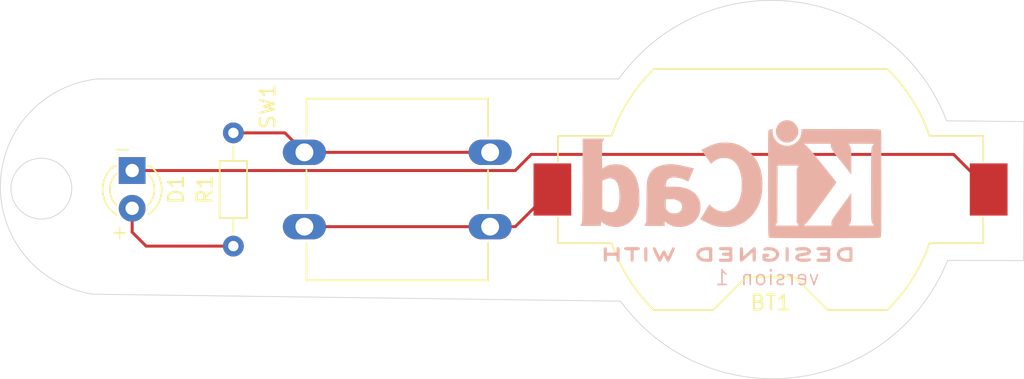
<source format=kicad_pcb>
(kicad_pcb (version 20240108) (generator "pcbnew") (generator_version "8.0")
  (layers (0 "F.Cu" signal) (31 "B.Cu" signal) (34 "B.Paste" user) (35 "F.Paste" user) (36 "B.SilkS" user "B.Silkscreen") (37 "F.SilkS" user "F.Silkscreen") (38 "B.Mask" user) (39 "F.Mask" user) (44 "Edge.Cuts" user))
  (net 0 "")
  (net 1 "Net-(BT1--)")
  (net 2 "Net-(BT1-+)")
  (net 3 "Net-(D1-A)")
  (net 4 "Net-(SW1-A)")
  (footprint "LED_THT:LED_D3.0mm" (layer "F.Cu") (at 133.12 101.925 -90)
    (property "Reference" "D1" (at 1.27 -2.96 90) (layer "F.SilkS"))
    (property "Value" "LED")
    (pad "1" thru_hole rect (at 0 0 270) (size 1.8 1.8) (drill 0.9) (layers "*.Cu" "*.Mask") (net 1 "Net-(BT1--)"))
    (pad "2" thru_hole circle (at 2.54 0 270) (size 1.8 1.8) (drill 0.9) (layers "*.Cu" "*.Mask") (net 3 "Net-(D1-A)"))
  )
  (footprint "Battery:BatteryHolder_Keystone_1058_1x2032" (layer "F.Cu") (at 176.08 103.2)
    (property "Reference" "BT1" (at 0 7.62 0) (layer "F.SilkS"))
    (property "Value" "Battery_Cell")
    (pad "1" smd rect (at -14.68 0) (size 2.54 3.51) (layers "F.Cu" "F.Paste" "F.Mask") (net 2 "Net-(BT1-+)"))
    (pad "2" smd rect (at 14.68 0) (size 2.54 3.51) (layers "F.Cu" "F.Paste" "F.Mask") (net 1 "Net-(BT1--)"))
  )
  (footprint "Resistor_THT:R_Axial_DIN0204_L3.6mm_D1.6mm_P7.62mm_Horizontal" (layer "F.Cu") (at 139.93 107.01 90)
    (property "Reference" "R1" (at 3.81 -1.92 90) (layer "F.SilkS"))
    (property "Value" "R")
    (pad "1" thru_hole circle (at 0 0 90) (size 1.4 1.4) (drill 0.7) (layers "*.Cu" "*.Mask") (net 3 "Net-(D1-A)"))
    (pad "2" thru_hole oval (at 7.62 0 90) (size 1.4 1.4) (drill 0.7) (layers "*.Cu" "*.Mask") (net 4 "Net-(SW1-A)"))
  )
  (footprint "Button_Switch_THT:SW_SPST_Omron_B3F-40xx" (layer "F.Cu") (at 144.71 100.7)
    (property "Reference" "SW1" (at -2.47 -3.09 90) (layer "F.SilkS"))
    (property "Value" "SW_SPST")
    (pad "" np_thru_hole circle (at 6.25 -2) (size 1.8 1.8) (drill 1.8) (layers "F&B.Cu" "*.Mask"))
    (pad "" np_thru_hole circle (at 6.25 7) (size 1.8 1.8) (drill 1.8) (layers "F&B.Cu" "*.Mask"))
    (pad "1" thru_hole oval (at 0 0) (size 2.9 1.7) (drill 1.2) (layers "*.Cu" "*.Mask") (net 4 "Net-(SW1-A)"))
    (pad "1" thru_hole oval (at 12.5 0) (size 2.9 1.7) (drill 1.2) (layers "*.Cu" "*.Mask") (net 4 "Net-(SW1-A)"))
    (pad "2" thru_hole oval (at 0 5) (size 2.9 1.7) (drill 1.2) (layers "*.Cu" "*.Mask") (net 2 "Net-(BT1-+)"))
    (pad "2" thru_hole oval (at 12.5 5) (size 2.9 1.7) (drill 1.2) (layers "*.Cu" "*.Mask") (net 2 "Net-(BT1-+)"))
  )
  (footprint "Symbol:KiCad-Logo2_8mm_SilkScreen" (layer "B.Cu") (at 173.409893 102.476424 180)
    (property "Reference" "REF**" (hide yes))
    (property "Value" "KiCad-Logo2_8mm_SilkScreen" (hide yes))
  )
  (gr_arc (start 187.989999 107.97) (mid 177.797296 115.837067) (end 165.984583 110.714395) (stroke (width 0.05)) (layer "Edge.Cuts"))
  (gr_line (start 130.516297 110.245585) (end 165.98375 110.715) (stroke (width 0.05)) (layer "Edge.Cuts"))
  (gr_line (start 193.13 98.63) (end 187.929375 98.576523) (stroke (width 0.05)) (layer "Edge.Cuts"))
  (gr_arc (start 130.516297 110.245585) (mid 124.252199 102.87959) (end 130.795 95.76) (stroke (width 0.05)) (layer "Edge.Cuts"))
  (gr_line (start 193.1 107.99) (end 187.989999 107.97) (stroke (width 0.05)) (layer "Edge.Cuts"))
  (gr_circle (center 127.01 103.14) (end 126.85 101.1) (stroke (width 0.05)) (fill none) (layer "Edge.Cuts"))
  (gr_line (start 130.795 95.76) (end 165.865 95.76) (stroke (width 0.05)) (layer "Edge.Cuts"))
  (gr_arc (start 165.865001 95.76) (mid 177.738917 90.57424) (end 187.929375 98.576523) (stroke (width 0.05)) (layer "Edge.Cuts"))
  (gr_line (start 193.13 98.63) (end 193.1 107.99) (stroke (width 0.05)) (layer "Edge.Cuts"))
  (gr_text "version 1" (at 179.45 109.72 0) (layer "B.SilkS") (effects (font (size 1 1) (thickness 0.1)) (justify left bottom mirror)))
  (gr_text "+" (at 131.59 106.63 0) (layer "F.SilkS") (effects (font (size 1 1) (thickness 0.1)) (justify left bottom)))
  (gr_text "-\n" (at 131.79 101.03 0) (layer "F.SilkS") (effects (font (size 1 1) (thickness 0.1)) (justify left bottom)))
  (segment (start 158.895 101.925) (end 159.98 100.84) (width 0.2) (layer "F.Cu") (net 1))
  (segment (start 188.4 100.84) (end 190.76 103.2) (width 0.2) (layer "F.Cu") (net 1))
  (segment (start 133.12 101.925) (end 158.895 101.925) (width 0.2) (layer "F.Cu") (net 1))
  (segment (start 159.98 100.84) (end 188.4 100.84) (width 0.2) (layer "F.Cu") (net 1))
  (segment (start 157.21 105.7) (end 158.9 105.7) (width 0.2) (layer "F.Cu") (net 2))
  (segment (start 158.9 105.7) (end 161.4 103.2) (width 0.2) (layer "F.Cu") (net 2))
  (segment (start 144.71 105.7) (end 157.21 105.7) (width 0.2) (layer "F.Cu") (net 2))
  (segment (start 134.06 107.01) (end 139.93 107.01) (width 0.2) (layer "F.Cu") (net 3))
  (segment (start 133.12 104.465) (end 133.12 106.07) (width 0.2) (layer "F.Cu") (net 3))
  (segment (start 133.12 106.07) (end 134.06 107.01) (width 0.2) (layer "F.Cu") (net 3))
  (segment (start 139.93 99.39) (end 143.4 99.39) (width 0.2) (layer "F.Cu") (net 4))
  (segment (start 144.71 100.7) (end 157.21 100.7) (width 0.2) (layer "F.Cu") (net 4))
  (segment (start 143.4 99.39) (end 144.71 100.7) (width 0.2) (layer "F.Cu") (net 4))
)
</source>
